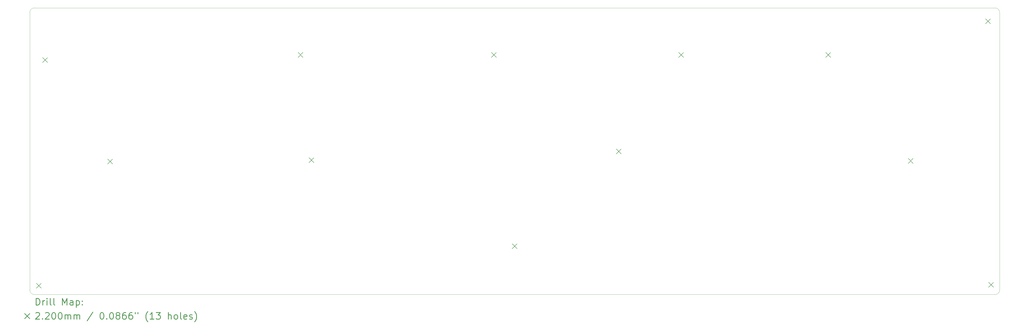
<source format=gbr>
%FSLAX45Y45*%
G04 Gerber Fmt 4.5, Leading zero omitted, Abs format (unit mm)*
G04 Created by KiCad (PCBNEW (5.1.10)-1) date 2021-09-30 18:38:28*
%MOMM*%
%LPD*%
G01*
G04 APERTURE LIST*
%TA.AperFunction,Profile*%
%ADD10C,0.100000*%
%TD*%
%ADD11C,0.200000*%
%ADD12C,0.300000*%
G04 APERTURE END LIST*
D10*
X46570000Y-5007000D02*
G75*
G02*
X46770000Y-5207000I0J-200000D01*
G01*
X46770000Y-17581000D02*
G75*
G02*
X46570000Y-17781000I-200000J0D01*
G01*
X3812000Y-17781000D02*
G75*
G02*
X3612000Y-17581000I0J200000D01*
G01*
X3612000Y-5207000D02*
G75*
G02*
X3812000Y-5007000I200000J0D01*
G01*
X3612000Y-17581000D02*
X3612000Y-5207000D01*
X46570000Y-17781000D02*
X3812000Y-17781000D01*
X46770000Y-5207000D02*
X46770000Y-17581000D01*
X3812000Y-5007000D02*
X46570000Y-5007000D01*
D11*
X3901000Y-17275000D02*
X4121000Y-17495000D01*
X4121000Y-17275000D02*
X3901000Y-17495000D01*
X4180000Y-7220000D02*
X4400000Y-7440000D01*
X4400000Y-7220000D02*
X4180000Y-7440000D01*
X7076000Y-11740000D02*
X7296000Y-11960000D01*
X7296000Y-11740000D02*
X7076000Y-11960000D01*
X15550000Y-6990000D02*
X15770000Y-7210000D01*
X15770000Y-6990000D02*
X15550000Y-7210000D01*
X16033500Y-11680000D02*
X16253500Y-11900000D01*
X16253500Y-11680000D02*
X16033500Y-11900000D01*
X24160000Y-6990000D02*
X24380000Y-7210000D01*
X24380000Y-6990000D02*
X24160000Y-7210000D01*
X25081000Y-15515000D02*
X25301000Y-15735000D01*
X25301000Y-15515000D02*
X25081000Y-15735000D01*
X29708500Y-11295000D02*
X29928500Y-11515000D01*
X29928500Y-11295000D02*
X29708500Y-11515000D01*
X32490000Y-6990000D02*
X32710000Y-7210000D01*
X32710000Y-6990000D02*
X32490000Y-7210000D01*
X39030000Y-6990000D02*
X39250000Y-7210000D01*
X39250000Y-6990000D02*
X39030000Y-7210000D01*
X42702500Y-11712500D02*
X42922500Y-11932500D01*
X42922500Y-11712500D02*
X42702500Y-11932500D01*
X46141000Y-5492000D02*
X46361000Y-5712000D01*
X46361000Y-5492000D02*
X46141000Y-5712000D01*
X46281000Y-17235000D02*
X46501000Y-17455000D01*
X46501000Y-17235000D02*
X46281000Y-17455000D01*
D12*
X3893428Y-18251714D02*
X3893428Y-17951714D01*
X3964857Y-17951714D01*
X4007714Y-17966000D01*
X4036286Y-17994572D01*
X4050571Y-18023143D01*
X4064857Y-18080286D01*
X4064857Y-18123143D01*
X4050571Y-18180286D01*
X4036286Y-18208857D01*
X4007714Y-18237429D01*
X3964857Y-18251714D01*
X3893428Y-18251714D01*
X4193428Y-18251714D02*
X4193428Y-18051714D01*
X4193428Y-18108857D02*
X4207714Y-18080286D01*
X4222000Y-18066000D01*
X4250571Y-18051714D01*
X4279143Y-18051714D01*
X4379143Y-18251714D02*
X4379143Y-18051714D01*
X4379143Y-17951714D02*
X4364857Y-17966000D01*
X4379143Y-17980286D01*
X4393428Y-17966000D01*
X4379143Y-17951714D01*
X4379143Y-17980286D01*
X4564857Y-18251714D02*
X4536286Y-18237429D01*
X4522000Y-18208857D01*
X4522000Y-17951714D01*
X4722000Y-18251714D02*
X4693428Y-18237429D01*
X4679143Y-18208857D01*
X4679143Y-17951714D01*
X5064857Y-18251714D02*
X5064857Y-17951714D01*
X5164857Y-18166000D01*
X5264857Y-17951714D01*
X5264857Y-18251714D01*
X5536286Y-18251714D02*
X5536286Y-18094572D01*
X5522000Y-18066000D01*
X5493428Y-18051714D01*
X5436286Y-18051714D01*
X5407714Y-18066000D01*
X5536286Y-18237429D02*
X5507714Y-18251714D01*
X5436286Y-18251714D01*
X5407714Y-18237429D01*
X5393428Y-18208857D01*
X5393428Y-18180286D01*
X5407714Y-18151714D01*
X5436286Y-18137429D01*
X5507714Y-18137429D01*
X5536286Y-18123143D01*
X5679143Y-18051714D02*
X5679143Y-18351714D01*
X5679143Y-18066000D02*
X5707714Y-18051714D01*
X5764857Y-18051714D01*
X5793428Y-18066000D01*
X5807714Y-18080286D01*
X5822000Y-18108857D01*
X5822000Y-18194572D01*
X5807714Y-18223143D01*
X5793428Y-18237429D01*
X5764857Y-18251714D01*
X5707714Y-18251714D01*
X5679143Y-18237429D01*
X5950571Y-18223143D02*
X5964857Y-18237429D01*
X5950571Y-18251714D01*
X5936286Y-18237429D01*
X5950571Y-18223143D01*
X5950571Y-18251714D01*
X5950571Y-18066000D02*
X5964857Y-18080286D01*
X5950571Y-18094572D01*
X5936286Y-18080286D01*
X5950571Y-18066000D01*
X5950571Y-18094572D01*
X3387000Y-18636000D02*
X3607000Y-18856000D01*
X3607000Y-18636000D02*
X3387000Y-18856000D01*
X3879143Y-18610286D02*
X3893428Y-18596000D01*
X3922000Y-18581714D01*
X3993428Y-18581714D01*
X4022000Y-18596000D01*
X4036286Y-18610286D01*
X4050571Y-18638857D01*
X4050571Y-18667429D01*
X4036286Y-18710286D01*
X3864857Y-18881714D01*
X4050571Y-18881714D01*
X4179143Y-18853143D02*
X4193428Y-18867429D01*
X4179143Y-18881714D01*
X4164857Y-18867429D01*
X4179143Y-18853143D01*
X4179143Y-18881714D01*
X4307714Y-18610286D02*
X4322000Y-18596000D01*
X4350571Y-18581714D01*
X4422000Y-18581714D01*
X4450571Y-18596000D01*
X4464857Y-18610286D01*
X4479143Y-18638857D01*
X4479143Y-18667429D01*
X4464857Y-18710286D01*
X4293428Y-18881714D01*
X4479143Y-18881714D01*
X4664857Y-18581714D02*
X4693428Y-18581714D01*
X4722000Y-18596000D01*
X4736286Y-18610286D01*
X4750571Y-18638857D01*
X4764857Y-18696000D01*
X4764857Y-18767429D01*
X4750571Y-18824572D01*
X4736286Y-18853143D01*
X4722000Y-18867429D01*
X4693428Y-18881714D01*
X4664857Y-18881714D01*
X4636286Y-18867429D01*
X4622000Y-18853143D01*
X4607714Y-18824572D01*
X4593428Y-18767429D01*
X4593428Y-18696000D01*
X4607714Y-18638857D01*
X4622000Y-18610286D01*
X4636286Y-18596000D01*
X4664857Y-18581714D01*
X4950571Y-18581714D02*
X4979143Y-18581714D01*
X5007714Y-18596000D01*
X5022000Y-18610286D01*
X5036286Y-18638857D01*
X5050571Y-18696000D01*
X5050571Y-18767429D01*
X5036286Y-18824572D01*
X5022000Y-18853143D01*
X5007714Y-18867429D01*
X4979143Y-18881714D01*
X4950571Y-18881714D01*
X4922000Y-18867429D01*
X4907714Y-18853143D01*
X4893428Y-18824572D01*
X4879143Y-18767429D01*
X4879143Y-18696000D01*
X4893428Y-18638857D01*
X4907714Y-18610286D01*
X4922000Y-18596000D01*
X4950571Y-18581714D01*
X5179143Y-18881714D02*
X5179143Y-18681714D01*
X5179143Y-18710286D02*
X5193428Y-18696000D01*
X5222000Y-18681714D01*
X5264857Y-18681714D01*
X5293428Y-18696000D01*
X5307714Y-18724572D01*
X5307714Y-18881714D01*
X5307714Y-18724572D02*
X5322000Y-18696000D01*
X5350571Y-18681714D01*
X5393428Y-18681714D01*
X5422000Y-18696000D01*
X5436286Y-18724572D01*
X5436286Y-18881714D01*
X5579143Y-18881714D02*
X5579143Y-18681714D01*
X5579143Y-18710286D02*
X5593428Y-18696000D01*
X5622000Y-18681714D01*
X5664857Y-18681714D01*
X5693428Y-18696000D01*
X5707714Y-18724572D01*
X5707714Y-18881714D01*
X5707714Y-18724572D02*
X5722000Y-18696000D01*
X5750571Y-18681714D01*
X5793428Y-18681714D01*
X5822000Y-18696000D01*
X5836286Y-18724572D01*
X5836286Y-18881714D01*
X6422000Y-18567429D02*
X6164857Y-18953143D01*
X6807714Y-18581714D02*
X6836286Y-18581714D01*
X6864857Y-18596000D01*
X6879143Y-18610286D01*
X6893428Y-18638857D01*
X6907714Y-18696000D01*
X6907714Y-18767429D01*
X6893428Y-18824572D01*
X6879143Y-18853143D01*
X6864857Y-18867429D01*
X6836286Y-18881714D01*
X6807714Y-18881714D01*
X6779143Y-18867429D01*
X6764857Y-18853143D01*
X6750571Y-18824572D01*
X6736286Y-18767429D01*
X6736286Y-18696000D01*
X6750571Y-18638857D01*
X6764857Y-18610286D01*
X6779143Y-18596000D01*
X6807714Y-18581714D01*
X7036286Y-18853143D02*
X7050571Y-18867429D01*
X7036286Y-18881714D01*
X7022000Y-18867429D01*
X7036286Y-18853143D01*
X7036286Y-18881714D01*
X7236286Y-18581714D02*
X7264857Y-18581714D01*
X7293428Y-18596000D01*
X7307714Y-18610286D01*
X7322000Y-18638857D01*
X7336286Y-18696000D01*
X7336286Y-18767429D01*
X7322000Y-18824572D01*
X7307714Y-18853143D01*
X7293428Y-18867429D01*
X7264857Y-18881714D01*
X7236286Y-18881714D01*
X7207714Y-18867429D01*
X7193428Y-18853143D01*
X7179143Y-18824572D01*
X7164857Y-18767429D01*
X7164857Y-18696000D01*
X7179143Y-18638857D01*
X7193428Y-18610286D01*
X7207714Y-18596000D01*
X7236286Y-18581714D01*
X7507714Y-18710286D02*
X7479143Y-18696000D01*
X7464857Y-18681714D01*
X7450571Y-18653143D01*
X7450571Y-18638857D01*
X7464857Y-18610286D01*
X7479143Y-18596000D01*
X7507714Y-18581714D01*
X7564857Y-18581714D01*
X7593428Y-18596000D01*
X7607714Y-18610286D01*
X7622000Y-18638857D01*
X7622000Y-18653143D01*
X7607714Y-18681714D01*
X7593428Y-18696000D01*
X7564857Y-18710286D01*
X7507714Y-18710286D01*
X7479143Y-18724572D01*
X7464857Y-18738857D01*
X7450571Y-18767429D01*
X7450571Y-18824572D01*
X7464857Y-18853143D01*
X7479143Y-18867429D01*
X7507714Y-18881714D01*
X7564857Y-18881714D01*
X7593428Y-18867429D01*
X7607714Y-18853143D01*
X7622000Y-18824572D01*
X7622000Y-18767429D01*
X7607714Y-18738857D01*
X7593428Y-18724572D01*
X7564857Y-18710286D01*
X7879143Y-18581714D02*
X7822000Y-18581714D01*
X7793428Y-18596000D01*
X7779143Y-18610286D01*
X7750571Y-18653143D01*
X7736286Y-18710286D01*
X7736286Y-18824572D01*
X7750571Y-18853143D01*
X7764857Y-18867429D01*
X7793428Y-18881714D01*
X7850571Y-18881714D01*
X7879143Y-18867429D01*
X7893428Y-18853143D01*
X7907714Y-18824572D01*
X7907714Y-18753143D01*
X7893428Y-18724572D01*
X7879143Y-18710286D01*
X7850571Y-18696000D01*
X7793428Y-18696000D01*
X7764857Y-18710286D01*
X7750571Y-18724572D01*
X7736286Y-18753143D01*
X8164857Y-18581714D02*
X8107714Y-18581714D01*
X8079143Y-18596000D01*
X8064857Y-18610286D01*
X8036286Y-18653143D01*
X8022000Y-18710286D01*
X8022000Y-18824572D01*
X8036286Y-18853143D01*
X8050571Y-18867429D01*
X8079143Y-18881714D01*
X8136286Y-18881714D01*
X8164857Y-18867429D01*
X8179143Y-18853143D01*
X8193428Y-18824572D01*
X8193428Y-18753143D01*
X8179143Y-18724572D01*
X8164857Y-18710286D01*
X8136286Y-18696000D01*
X8079143Y-18696000D01*
X8050571Y-18710286D01*
X8036286Y-18724572D01*
X8022000Y-18753143D01*
X8307714Y-18581714D02*
X8307714Y-18638857D01*
X8422000Y-18581714D02*
X8422000Y-18638857D01*
X8864857Y-18996000D02*
X8850571Y-18981714D01*
X8822000Y-18938857D01*
X8807714Y-18910286D01*
X8793428Y-18867429D01*
X8779143Y-18796000D01*
X8779143Y-18738857D01*
X8793428Y-18667429D01*
X8807714Y-18624572D01*
X8822000Y-18596000D01*
X8850571Y-18553143D01*
X8864857Y-18538857D01*
X9136286Y-18881714D02*
X8964857Y-18881714D01*
X9050571Y-18881714D02*
X9050571Y-18581714D01*
X9022000Y-18624572D01*
X8993428Y-18653143D01*
X8964857Y-18667429D01*
X9236286Y-18581714D02*
X9422000Y-18581714D01*
X9322000Y-18696000D01*
X9364857Y-18696000D01*
X9393428Y-18710286D01*
X9407714Y-18724572D01*
X9422000Y-18753143D01*
X9422000Y-18824572D01*
X9407714Y-18853143D01*
X9393428Y-18867429D01*
X9364857Y-18881714D01*
X9279143Y-18881714D01*
X9250571Y-18867429D01*
X9236286Y-18853143D01*
X9779143Y-18881714D02*
X9779143Y-18581714D01*
X9907714Y-18881714D02*
X9907714Y-18724572D01*
X9893428Y-18696000D01*
X9864857Y-18681714D01*
X9822000Y-18681714D01*
X9793428Y-18696000D01*
X9779143Y-18710286D01*
X10093428Y-18881714D02*
X10064857Y-18867429D01*
X10050571Y-18853143D01*
X10036286Y-18824572D01*
X10036286Y-18738857D01*
X10050571Y-18710286D01*
X10064857Y-18696000D01*
X10093428Y-18681714D01*
X10136286Y-18681714D01*
X10164857Y-18696000D01*
X10179143Y-18710286D01*
X10193428Y-18738857D01*
X10193428Y-18824572D01*
X10179143Y-18853143D01*
X10164857Y-18867429D01*
X10136286Y-18881714D01*
X10093428Y-18881714D01*
X10364857Y-18881714D02*
X10336286Y-18867429D01*
X10322000Y-18838857D01*
X10322000Y-18581714D01*
X10593428Y-18867429D02*
X10564857Y-18881714D01*
X10507714Y-18881714D01*
X10479143Y-18867429D01*
X10464857Y-18838857D01*
X10464857Y-18724572D01*
X10479143Y-18696000D01*
X10507714Y-18681714D01*
X10564857Y-18681714D01*
X10593428Y-18696000D01*
X10607714Y-18724572D01*
X10607714Y-18753143D01*
X10464857Y-18781714D01*
X10722000Y-18867429D02*
X10750571Y-18881714D01*
X10807714Y-18881714D01*
X10836286Y-18867429D01*
X10850571Y-18838857D01*
X10850571Y-18824572D01*
X10836286Y-18796000D01*
X10807714Y-18781714D01*
X10764857Y-18781714D01*
X10736286Y-18767429D01*
X10722000Y-18738857D01*
X10722000Y-18724572D01*
X10736286Y-18696000D01*
X10764857Y-18681714D01*
X10807714Y-18681714D01*
X10836286Y-18696000D01*
X10950571Y-18996000D02*
X10964857Y-18981714D01*
X10993428Y-18938857D01*
X11007714Y-18910286D01*
X11022000Y-18867429D01*
X11036286Y-18796000D01*
X11036286Y-18738857D01*
X11022000Y-18667429D01*
X11007714Y-18624572D01*
X10993428Y-18596000D01*
X10964857Y-18553143D01*
X10950571Y-18538857D01*
M02*

</source>
